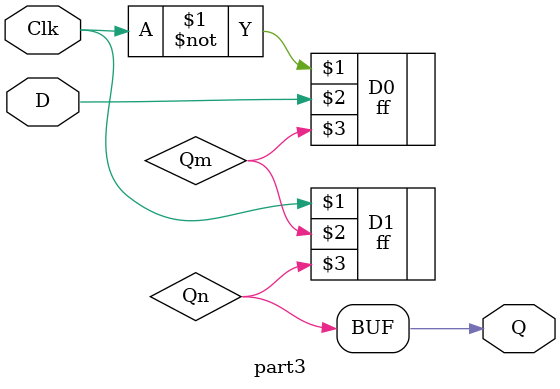
<source format=sv>
module part3(Clk, D, Q);
  input Clk, D;
  output Q;

  wire Qm, Qn /* synthesis keep */ ;
  ff D0 (~Clk, D, Qm);
  ff D1 (Clk, Qm, Qn);

  assign Q = Qn;
endmodule

</source>
